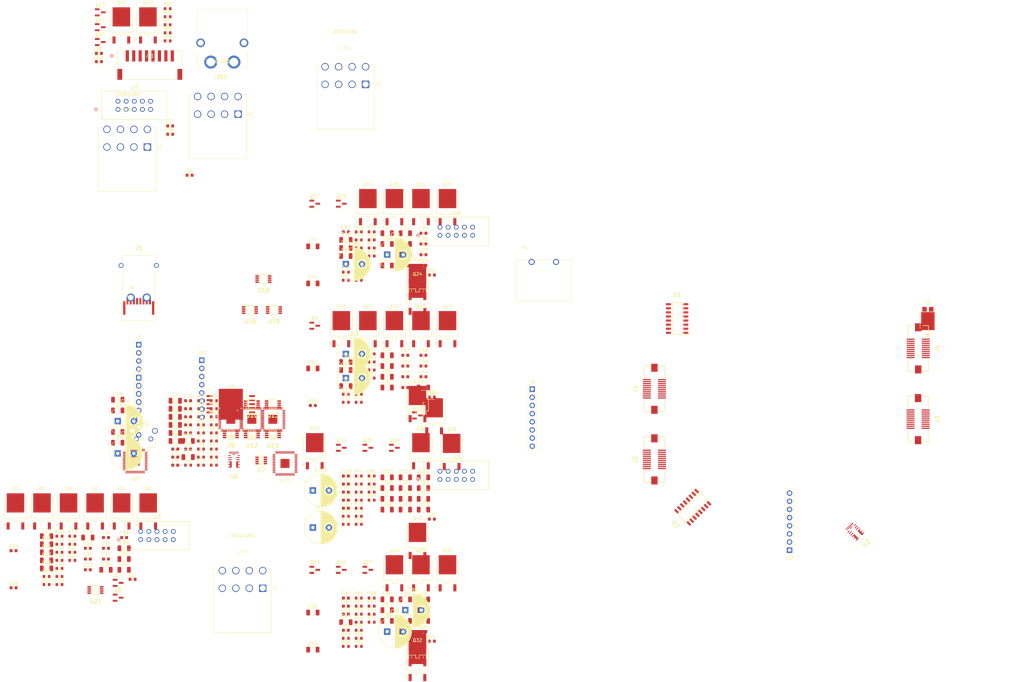
<source format=kicad_pcb>
(kicad_pcb (version 20240108) (generator "pcbnew") (generator_version "8.0")
  (layers (0 "F.Cu" signal) (1 "In1.Cu" signal) (2 "In2.Cu" signal) (31 "B.Cu" signal) (34 "B.Paste" user) (35 "F.Paste" user) (36 "B.SilkS" user "B.Silkscreen") (37 "F.SilkS" user "F.Silkscreen") (38 "B.Mask" user) (39 "F.Mask" user) (44 "Edge.Cuts" user))
  (net 0 "")
  (net 1 "/M1_ENCA_N")
  (net 2 "/M2_ENCA_N")
  (net 3 "/M3_ENCA_N")
  (net 4 "/M4_ENCA_N")
  (net 5 "GND")
  (net 6 "+3.3V")
  (net 7 "/M1_ENCB_N")
  (net 8 "/M2_ENCB_N")
  (net 9 "Net-(C7-Pad1)")
  (net 10 "/M3_ENCB_N")
  (net 11 "Net-(U7-TMR)")
  (net 12 "Net-(C9-Pad1)")
  (net 13 "/M4_ENCB_N")
  (net 14 "+BATT")
  (net 15 "/SNS")
  (net 16 "+5V")
  (net 17 "+3V3")
  (net 18 "VDC")
  (net 19 "/motor_1/SENSE_P")
  (net 20 "/motor_1/SENSE_O")
  (net 21 "/motor_2/SENSE_P")
  (net 22 "/motor_2/SENSE_O")
  (net 23 "/motor_3/SENSE_P")
  (net 24 "/motor_3/SENSE_O")
  (net 25 "Net-(U8-VREG12)")
  (net 26 "Net-(U8-VBOOTU)")
  (net 27 "/motor_1/PHASE_U")
  (net 28 "/motor_1/PHASE_V")
  (net 29 "/motor_4/SENSE_P")
  (net 30 "/motor_4/SENSE_O")
  (net 31 "Net-(U8-VBOOTV)")
  (net 32 "/motor_1/PHASE_W")
  (net 33 "Net-(U8-VBOOTW)")
  (net 34 "Net-(C22-Pad1)")
  (net 35 "Net-(C30-Pad1)")
  (net 36 "Net-(C32-Pad1)")
  (net 37 "Net-(C111-Pad1)")
  (net 38 "Net-(U11-VREG12)")
  (net 39 "Net-(D1-A)")
  (net 40 "Net-(D2-A)")
  (net 41 "Net-(D3-A)")
  (net 42 "Net-(D4-A)")
  (net 43 "Net-(D5-A)")
  (net 44 "/M1_PROG")
  (net 45 "/DRIB_PROG")
  (net 46 "/DRIB_NRST")
  (net 47 "/~{RST}_KICK")
  (net 48 "/MOSI_KICK")
  (net 49 "/M2_PROG")
  (net 50 "/SCK_KICK")
  (net 51 "/~{CS}_KICK")
  (net 52 "/MISO_KICK")
  (net 53 "/M3_PROG")
  (net 54 "/~{INT}")
  (net 55 "/~{KILL}")
  (net 56 "/HS_EN")
  (net 57 "/M4_PROG")
  (net 58 "/DIAG_EN")
  (net 59 "Net-(Q1-G)")
  (net 60 "Net-(Q2-G)")
  (net 61 "/motor_1/OC_COMP")
  (net 62 "Net-(Q3-G)")
  (net 63 "Net-(Q4-G)")
  (net 64 "Net-(Q5-G)")
  (net 65 "Net-(Q6-G)")
  (net 66 "/motor_1/BOOT0")
  (net 67 "Net-(U11-VBOOTU)")
  (net 68 "/motor_1/MOTOR_LED")
  (net 69 "Net-(Q10-G)")
  (net 70 "/motor_2/OC_COMP")
  (net 71 "Net-(Q11-G)")
  (net 72 "Net-(Q12-G)")
  (net 73 "Net-(Q13-G)")
  (net 74 "Net-(Q14-G)")
  (net 75 "/motor_2/BOOT0")
  (net 76 "/motor_2/MOTOR_LED")
  (net 77 "Net-(Q16-S)")
  (net 78 "/motor_3/OC_COMP")
  (net 79 "Net-(Q19-G)")
  (net 80 "Net-(Q20-G)")
  (net 81 "Net-(Q21-G)")
  (net 82 "Net-(Q22-G)")
  (net 83 "/motor_3/BOOT0")
  (net 84 "/motor_3/MOTOR_LED")
  (net 85 "/motor_4/OC_COMP")
  (net 86 "Net-(Q28-G)")
  (net 87 "Net-(Q29-G)")
  (net 88 "Net-(Q30-G)")
  (net 89 "/motor_4/BOOT0")
  (net 90 "/motor_4/MOTOR_LED")
  (net 91 "Net-(Q33-G)")
  (net 92 "Net-(Q37-G)")
  (net 93 "Net-(Q38-G)")
  (net 94 "/M1_ENCA_P")
  (net 95 "/M2_ENCA_P")
  (net 96 "/M3_ENCA_P")
  (net 97 "/M4_ENCA_P")
  (net 98 "/M1_ENCB_P")
  (net 99 "/M2_ENCB_P")
  (net 100 "/M3_ENCB_P")
  (net 101 "/M4_ENCB_P")
  (net 102 "/motor_1/HSU")
  (net 103 "/motor_1/LSU")
  (net 104 "/motor_1/HSV")
  (net 105 "/motor_1/LSV")
  (net 106 "/motor_1/HSW")
  (net 107 "/motor_1/LSW")
  (net 108 "/motor_1/SENSE_N")
  (net 109 "/motor_2/HSU")
  (net 110 "/motor_2/LSU")
  (net 111 "/motor_2/HSV")
  (net 112 "/motor_2/LSV")
  (net 113 "/motor_2/HSW")
  (net 114 "/motor_2/LSW")
  (net 115 "/motor_2/SENSE_N")
  (net 116 "/motor_3/HSU")
  (net 117 "/motor_3/LSU")
  (net 118 "/motor_3/HSV")
  (net 119 "/motor_3/LSV")
  (net 120 "/motor_3/HSW")
  (net 121 "/motor_3/LSW")
  (net 122 "/motor_3/SENSE_N")
  (net 123 "/motor_4/HSU")
  (net 124 "/motor_4/LSU")
  (net 125 "/motor_4/HSV")
  (net 126 "/motor_4/LSV")
  (net 127 "/motor_4/HSW")
  (net 128 "/motor_4/LSW")
  (net 129 "/motor_4/SENSE_N")
  (net 130 "/motor_2/PHASE_U")
  (net 131 "/motor_2/PHASE_V")
  (net 132 "Net-(U11-VBOOTV)")
  (net 133 "/motor_2/PHASE_W")
  (net 134 "Net-(U11-VBOOTW)")
  (net 135 "Net-(C45-Pad1)")
  (net 136 "Net-(C53-Pad1)")
  (net 137 "/~{PB}")
  (net 138 "Net-(C55-Pad1)")
  (net 139 "Net-(U14-VREG12)")
  (net 140 "/motor_3/PHASE_U")
  (net 142 "Net-(U14-VBOOTU)")
  (net 144 "/motor_3/PHASE_V")
  (net 145 "Net-(U14-VBOOTV)")
  (net 146 "Net-(U14-VBOOTW)")
  (net 148 "/motor_3/PHASE_W")
  (net 150 "Net-(C68-Pad1)")
  (net 151 "Net-(C76-Pad1)")
  (net 152 "Net-(C78-Pad1)")
  (net 153 "Net-(U17-VREG12)")
  (net 154 "/EN")
  (net 155 "/~{M1_RST}")
  (net 156 "Net-(U17-VBOOTU)")
  (net 157 "/motor_4/PHASE_U")
  (net 158 "Net-(U17-VBOOTV)")
  (net 159 "/motor_4/PHASE_V")
  (net 160 "Net-(U17-VBOOTW)")
  (net 161 "/motor_4/PHASE_W")
  (net 162 "Net-(C91-Pad1)")
  (net 163 "/~{M2_RST}")
  (net 164 "Net-(U20-VREG12)")
  (net 165 "Net-(U20-VBOOTU)")
  (net 166 "/dribbler/PHASE_U")
  (net 167 "/dribbler/PHASE_V")
  (net 168 "Net-(U20-VBOOTV)")
  (net 169 "/dribbler/PHASE_W")
  (net 170 "Net-(U20-VBOOTW)")
  (net 171 "/dribbler/SENSE_P")
  (net 172 "/dribbler/SENSE_O")
  (net 173 "/~{M3_RST}")
  (net 174 "Net-(D6-A)")
  (net 175 "Net-(D7-A)")
  (net 176 "Net-(D8-A)")
  (net 177 "Net-(D9-A)")
  (net 178 "Net-(D10-A)")
  (net 179 "/M1_UART_RX")
  (net 184 "/DRIB_UART_RX")
  (net 185 "/DRIB_SWDCLK")
  (net 186 "/M1_SWDCLK")
  (net 188 "/M2_SWDCLK")
  (net 189 "/M2_UART_RX")
  (net 191 "/~{M4_RST}")
  (net 193 "/M3_UART_RX")
  (net 200 "/M3_SWDCLK")
  (net 203 "/~{DRIB_RST}")
  (net 205 "/M4_SWDCLK")
  (net 206 "/M4_UART_RX")
  (net 212 "/DRIB_SWDIO")
  (net 213 "Net-(J11-+)")
  (net 214 "/M1_SWDIO")
  (net 215 "/M2_SWDIO")
  (net 216 "/M3_SWDIO")
  (net 217 "/M4_SWDIO")
  (net 218 "/motor_1/H2_A")
  (net 219 "/motor_1/H3_A")
  (net 220 "/motor_1/H1_A")
  (net 225 "/motor_2/H1_A")
  (net 226 "/motor_2/H2_A")
  (net 227 "/motor_2/H3_A")
  (net 232 "/motor_3/H1_A")
  (net 233 "/motor_3/H3_A")
  (net 234 "/motor_3/H2_A")
  (net 239 "/motor_4/H2_A")
  (net 240 "/motor_4/H3_A")
  (net 241 "/motor_4/H1_A")
  (net 246 "/dribbler/M1")
  (net 247 "/dribbler/H1")
  (net 248 "/dribbler/H3")
  (net 249 "/dribbler/H2")
  (net 250 "/dribbler/M3")
  (net 251 "/dribbler/M2")
  (net 252 "Net-(Q7-S)")
  (net 253 "Net-(Q9-S)")
  (net 254 "Net-(Q15-G)")
  (net 255 "Net-(Q18-S)")
  (net 256 "Net-(Q23-G)")
  (net 257 "Net-(Q24-G)")
  (net 258 "Net-(Q25-S)")
  (net 259 "Net-(Q27-S)")
  (net 260 "Net-(Q31-G)")
  (net 261 "Net-(Q32-G)")
  (net 262 "Net-(Q34-S)")
  (net 263 "Net-(Q36-S)")
  (net 264 "/dribbler/OC_COMP")
  (net 265 "Net-(Q39-G)")
  (net 266 "Net-(Q40-G)")
  (net 267 "Net-(Q41-G)")
  (net 268 "Net-(Q42-G)")
  (net 269 "Net-(Q43-S)")
  (net 270 "/dribbler/BOOT0")
  (net 271 "Net-(Q45-S)")
  (net 272 "/dribbler/MOTOR_LED")
  (net 273 "Net-(U5-INPUT)")
  (net 274 "Net-(U3-AAM)")
  (net 275 "Net-(U5-CURSENSE)")
  (net 276 "Net-(U5-GND)")
  (net 277 "Net-(U5-DE)")
  (net 278 "Net-(U3-FB)")
  (net 279 "Net-(U6-AAM)")
  (net 280 "Net-(U6-FB)")
  (net 281 "/dribbler/HSU")
  (net 282 "/dribbler/LSU")
  (net 283 "/dribbler/HSV")
  (net 284 "/dribbler/LSV")
  (net 285 "/dribbler/HSW")
  (net 286 "/dribbler/LSW")
  (net 287 "/dribbler/SENSE_N")
  (net 288 "/M1_ENCB_A")
  (net 289 "/M2_ENCA_A")
  (net 290 "/M2_ENCB_A")
  (net 291 "/M1_ENCA_A")
  (net 292 "/M4_ENCA_A")
  (net 293 "/M3_ENCB_A")
  (net 294 "/M3_ENCA_A")
  (net 295 "/M4_ENCB_A")
  (net 311 "/motor_1/H1")
  (net 313 "/motor_1/ENCB")
  (net 318 "/motor_1/H2")
  (net 321 "/motor_1/ENCA")
  (net 326 "/motor_1/H3")
  (net 330 "/motor_2/ENCA")
  (net 334 "/motor_2/ENCB")
  (net 335 "/motor_2/H3")
  (net 341 "/motor_2/H1")
  (net 348 "/motor_2/H2")
  (net 349 "/motor_3/H2")
  (net 351 "/motor_3/ENCB")
  (net 358 "/motor_3/ENCA")
  (net 359 "/motor_3/H1")
  (net 362 "/motor_3/H3")
  (net 371 "/motor_4/H3")
  (net 372 "/motor_4/H1")
  (net 379 "/motor_4/ENCA")
  (net 380 "/motor_4/H2")
  (net 386 "/motor_4/ENCB")
  (net 399 "/dribbler/ENCB")
  (net 402 "/dribbler/ENCA")
  (net 407 "/dribbler/H2_A")
  (net 408 "/dribbler/H3_A")
  (net 409 "/dribbler/H1_A")
  (footprint "RoboJackets-Switches:SW_TL1105VF100Q_EWI" (layer "F.Cu") (at -97.355101 98.6673)
    (property "Reference" "SW1")
    (property "Value" "TL1105VF100Q")
  )
  (footprint "RoboJackets-Transistors:DPAKTO-252_A2_STM" (layer "F.Cu") (at -9.842 167.4121)
    (property "Reference" "Q32")
    (property "Value" "STD140N6F7")
  )
  (footprint "Capacitor_THT:CP_Radial_D10.0mm_P5.00mm" (layer "F.Cu") (at -13.632 152.0121)
    (property "Reference" "C92")
    (property "Value" "220uF")
  )
  (footprint "RoboJackets-Transistors:DPAKTO-252_A2_STM" (layer "F.Cu") (at -9.842 162.7871)
    (property "Reference" "Q31")
    (property "Value" "STD140N6F7")
  )
  (footprint "Resistor_SMD:R_0603_1608Metric" (layer "F.Cu") (at -73.232 96.8021)
    (property "Reference" "R15")
    (property "Value" "62")
  )
  (footprint "RoboJackets-IC:IC_STSPIN32F0A" (layer "F.Cu") (at -67.952 92.5571)
    (property "Reference" "U8")
    (property "Value" "STSPIN32F0A")
  )
  (footprint "RoboJackets-Transistors:DPAKTO-252_A2_STM" (layer "F.Cu") (at -135.0048 120.1893)
    (property "Reference" "Q1")
    (property "Value" "STD140N6F7")
  )
  (footprint "Package_TO_SOT_SMD:SOT-23" (layer "F.Cu") (at -103.032 148.1421)
    (property "Reference" "Q8")
    (property "Value" "BSS123")
  )
  (footprint "RoboJackets-IC:SOP65P400X130-8N" (layer "F.Cu") (at -61.402 87.8571)
    (property "Reference" "U10")
    (property "Value" "SN74LVC3G17DCTR" (hide yes))
  )
  (footprint "Capacitor_SMD:C_1206_3216Metric" (layer "F.Cu") (at -85.262 99.3121)
    (property "Reference" "C6")
    (property "Value" "400nF")
  )
  (footprint "Resistor_SMD:R_0603_1608Metric" (layer "F.Cu") (at -32.132 49.2121)
    (property "Reference" "R47")
    (property "Value" "62")
  )
  (footprint "RoboJackets-Transistors:DPAKTO-252_A2_STM" (layer "F.Cu") (at -8.7572 101.4293)
    (property "Reference" "Q37")
    (property "Value" "STD140N6F7")
  )
  (footprint "Capacitor_SMD:C_1206_3216Metric" (layer "F.Cu") (at -85.262 96.8021)
    (property "Reference" "C5")
    (property "Value" "22uF")
  )
  (footprint "Package_TO_SOT_SMD:SOT-23" (layer "F.Cu") (at -33.5504 139.4593)
    (property "Reference" "Q26")
    (property "Value" "BSS123")
  )
  (footprint "Capacitor_SMD:C_0603_1608Metric" (layer "F.Cu") (at -106.822 136.0921)
    (property "Reference" "C37")
    (property "Value" "100nF")
  )
  (footprint "Capacitor_SMD:C_1206_3216Metric" (layer "F.Cu") (at -42.407354 50.2221)
    (property "Reference" "C74")
    (property "Value" "10uF")
  )
  (footprint "Capacitor_SMD:C_1206_3216Metric" (layer "F.Cu") (at -19.282 110.6321)
    (property "Reference" "C105")
    (property "Value" "10uF")
  )
  (footprint "Resistor_SMD:R_0603_1608Metric" (layer "F.Cu") (at -32.132 160.7921)
    (property "Reference" "R59")
    (property "Value" "1k")
  )
  (footprint "RoboJackets-Transistors:DPAKTO-252_A2_STM" (layer "F.Cu") (at -25.286 25.3693)
    (property "Reference" "Q19")
    (property "Value" "STD140N6F7")
  )
  (footprint "Resistor_SMD:R_0603_1608Metric" (layer "F.Cu") (at -24.112 112.7221)
    (property "Reference" "R82")
    (property "Value" "10m")
  )
  (footprint "RoboJackets-Transistors:DPAKTO-252_A2_STM" (layer "F.Cu") (at -17.0216 139.4593)
    (property "Reference" "Q28")
    (property "Value" "STD140N6F7")
  )
  (footprint "Resistor_SMD:R_0603_1608Metric" (layer "F.Cu") (at -24.112 36.6621)
    (property "Reference" "R56")
    (property "Value" "10k")
  )
  (footprint "RoboJackets-Transistors:DPAKTO-252_A2_STM" (layer "F.Cu") (at -93.6828 120.1893)
    (property "Reference" "Q6")
    (property "Value" "STD140N6F7")
  )
  (footprint "Resistor_SMD:R_0603_1608Metric" (layer "F.Cu") (at -28.122 150.7521)
    (property "Reference" "R62")
    (property "Value" "62")
  )
  (footprint "Capacitor_SMD:C_0603_1608Metric" (layer "F.Cu") (at -81.252 94.2921)
    (property "Reference" "C13")
    (property "Value" "100nF")
  )
  (footprint "Capacitor_SMD:C_1206_3216Metric" (layer "F.Cu") (at -13.632 148.6621)
    (property "Reference" "C91")
    (property "Value" "100n")
  )
  (footprint "Capacitor_SMD:C_1206_3216Metric" (layer "F.Cu") (at -19.282 44.6221)
    (property "Reference" "C70")
    (property "Value" "10uF")
  )
  (footprint "RoboJackets-Connectors:529010274" (layer "F.Cu") (at 63.932501 83.045998 -90)
    (property "Reference" "J1")
    (property "Value" "52901-0274" (hide yes))
  )
  (footprint "Capacitor_SMD:C_0603_1608Metric" (layer "F.Cu") (at -112.472 132.7421)
    (property "Reference" "C30")
    (property "Value" "0.1nF")
  )
  (footprint "Resistor_SMD:R_0603_1608Metric" (layer "F.Cu") (at -28.122 87.2421)
    (property "Reference" "R41")
    (property "Value" "1k")
  )
  (footprint "Capacitor_SMD:C_1206_3216Metric" (layer "F.Cu") (at -19.282 152.0121)
    (property "Reference" "C87")
    (property "Value" "10uF")
  )
  (footprint "Capacitor_SMD:C_0603_1608Metric" (layer "F.Cu") (at -81.252 96.8021)
    (property "Reference" "C14")
    (property "Value" "100nF")
  )
  (footprint "Capacitor_SMD:C_0603_1608Metric" (layer "F.Cu") (at -13.632 82.6521)
    (property "Reference" "C57")
    (property "Value" "100nF")
  )
  (footprint "Resistor_SMD:R_0603_1608Metric" (layer "F.Cu") (at -28.122 148.2421)
    (property "Reference" "R61")
    (property "Value" "120")
  )
  (footprint "RoboJackets-IC:SOP65P400X130-8N" (layer "F.Cu") (at -110.102 145.7421)
    (property "Reference" "U21")
    (property "Value" "SN74LVC3G17DCTR" (hide yes))
  )
  (footprint "Resistor_SMD:R_0603_1608Metric" (layer "F.Cu") (at -28.122 36.6621)
    (property "Reference" "R49")
    (property "Value" "62")
  )
  (footprint "Capacitor_SMD:C_1206_3216Metric" (layer "F.Cu") (at -85.262 89.2721)
    (property "Reference" "C2")
    (property "Value" "22uF")
  )
  (footprint "RoboJackets-Connectors:XT30PWM" (layer "F.Cu") (at -96.627 48.7171)
    (property "Reference" "J5")
    (property "Value" "XT30PW-M" (hide yes))
  )
  (footprint "Capacitor_SMD:C_0603_1608Metric" (layer "F.Cu") (at -32.132 120.2521)
    (property "Reference" "C104")
    (property "Value" "100nF")
  )
  (footprint "RoboJackets-Connectors:CONN_6002RB_3MM" (layer "F.Cu") (at -96.022 130.0421)
    (property "Reference" "J14")
    (property "Value" "N2510-6002RB")
  )
  (footprint "RoboJackets-Transistors:DPAKTO-252_A2_STM" (layer "F.Cu") (at -41.8148 101.4293)
    (property "Reference" "Q33")
    (property "Value" "STD140N6F7")
  )
  (footprint "Capacitor_SMD:C_0603_1608Metric" (layer "F.Cu") (at -85.262 104.3321)
    (property "Reference" "C8")
    (property "Value" "100nF")
  )
  (footprint "Resistor_SMD:R_0603_1608Metric" (layer "F.Cu") (at -32.132 84.7321)
    (property "Reference" "R33")
    (property "Value" "62")
  )
  (footprint "RoboJackets-Connectors:CON_39301080" (layer "F.Cu") (at -58 145.199999)
    (property "Reference" "J17")
    (property "Value" "39301080")
  )
  (footprint "Resistor_SMD:R_0603_1608Metric" (layer "F.Cu") (at -87.6375 -27.86)
    (property "Reference" "R88")
    (property "Value" "10k")
  )
  (footprint "Resistor_SMD:R_0603_1608Metric" (layer "F.Cu") (at -121.312 139.0121)
    (property "Reference" "R26")
    (property "Value" "10k")
  )
  (footprint "Capacitor_SMD:C_1206_3216Metric" (layer "F.Cu") (at -13.632 155.3621)
    (property "Reference" "C94")
    (property "Value" "10uF")
  )
  (footprint "Package_TO_SOT_SMD:SOT-23" (layer "F.Cu") (at -41.8148 139.4593)
    (property "Reference" "Q25")
    (property "Value" "BSS123")
  )
  (footprint "Capacitor_SMD:C_0603_1608Metric" (layer "F.Cu") (at -7.982 158.7121)
    (property "Reference" "C99")
    (property "Value" "100nF")
  )
  (footprint "RoboJackets-Connectors:CONN_6002RB_3MM" (layer "F.Cu") (at -2.832 35.2221)
    (property "Reference" "J16")
    (property "Value" "N2510-6002RB")
  )
  (footprint "Capacitor_SMD:C_0603_1608Metric" (layer "F.Cu") (at -7.982 72.6021)
    (property "Reference" "C58")
    (property "Value" "100nF")
  )
  (footprint "Capacitor_SMD:C_0603_1608Metric" (layer "F.Cu") (at -32.132 148.2421)
    (property "Reference" "C81")
    (property "Value" "100nF")
  )
  (footprint "Resistor_SMD:R_0603_1608Metric" (layer "F.Cu") (at -77.242 101.8221)
    (property "Reference" "R8")
    (property "Value" "30.1k")
  )
  (footprint "Capacitor_SMD:C_1206_3216Metric" (layer "F.Cu") (at -106.822 139.4421)
    (property "Reference" "C38")
    (property "Value" "10uF")
  )
  (footprint "Capacitor_SMD:C_1206_3216Metric" (layer "F.Cu") (at -13.632 120.6821)
    (property "Reference" "C114")
    (property "Value" "10uF")
  )
  (footprint "RoboJackets-Connectors:CON_39301080" (layer "F.Cu") (at -65.699021 -2.526501)
    (property "Reference" "J13")
    (property "Value" "39301080")
  )
  (footprint "Diode_SMD:D_0603_1608Metric" (layer "F.Cu") (at -109.0075 -18.89)
    (property "Reference" "D10")
    (property "Value" "GREEN")
  )
  (footprint "Resistor_SMD:R_0603_1608Metric" (layer "F.Cu") (at -24.112 74.6921)
    (property "Reference" "R43")
    (property "Value" "1k")
  )
  (footprint "RoboJackets-Transistors:DPAKTO-252_A2_STM" (layer "F.Cu") (at -9.842 53.3221)
    (property "Reference" "Q24")
    (property "Value" "STD140N6F7")
  )
  (footprint "Resistor_SMD:R_0603_1608Metric" (layer "F.Cu") (at -77.242 91.7821)
    (property "Reference" "R4")
    (property "Value" "15k")
  )
  (footprint "Capacitor_SMD:C_0603_1608Metric" (layer "F.Cu") (at -7.982 44.6221)
    (property "Reference" "C80")
    (property "Value" "100nF")
  )
  (footprint "Capacitor_SMD:C_0603_1608Metric" (layer "F.Cu") (at -7.982 75.9521)
    (property "Reference" "C59")
    (property "Value" "100nF")
  )
  (footprint "Resistor_SMD:R_0603_1608Metric" (layer "F.Cu") (at -73.232 91.7821)
    (property "Reference" "R13")
    (property "Value" "120")
  )
  (footprint "Capacitor_THT:CP_Radial_D10.0mm_P5.00mm" (layer "F.Cu") (at -19.282 41.2721)
    (property "Reference" "C69")
    (property "Value" "220uF")
  )
  (footprint "Resistor_SMD:R_0603_1608Metric" (layer "F.Cu") (at -28.122 115.2321)
    (property "Reference" "R76")
    (property "Value" "62")
  )
  (footprint "Resistor_SMD:R_0603_1608Metric" (layer "F.Cu") (at -28.122 155.7721)
    (property "Reference" "R64")
    (property "Value" "62")
  )
  (footprint "RoboJackets-IC:SOP65P400X130-8N" (layer "F.Cu") (at -54.852 87.8571)
    (property "Reference" "U13")
    (property "Value" "SN74LVC3G17DCTR" (hide yes))
  )
  (footprint "RoboJackets-IC:IC_STSPIN32F0A" (layer "F.Cu") (at -51.0854 106.3047)
    (property "Reference" "U17")
    (property "Value" "STSPIN32F0A")
  )
  (footprint "Capacitor_SMD:C_0603_1608Metric" (layer "F.Cu") (at -81.252 91.7821)
    (property "Reference" "C12")
    (property "Value" "100nF")
  )
  (footprint "Package_TO_SOT_SMD:SOT-23" (layer "F.Cu") (at -41.8148 63.3993)
    (property "Reference" "Q9")
    (property "Value" "BSS123")
  )
  (footprint "Capacitor_SMD:C_1206_3216Metric" (layer "F.Cu") (at -19.282 37.9221)
    (property "Reference" "C68")
    (property "Value" "100n")
  )
  (footprint "Capacitor_SMD:C_1206_3216Metric" (layer "F.Cu") (at -125.322 136.5021)
    (property "Reference" "C27")
    (property "Value" "10uF")
  )
  (footprint "Capacitor_SMD:C_1206_3216Metric" (layer "F.Cu") (at -32.132 155.7721)
    (property "Reference" "C84")
    (property "Value" "10uF")
  )
  (footprint "Package_TO_SOT_SMD:SOT-23" (layer "F.Cu") (at -9.842 91.3521)
    (property "Reference" "Q16")
    (property "Value" "BSS123")
  )
  (footprint "RoboJackets-Transistors:DPAKTO-252_A2_STM" (layer "F.Cu") (at -93.7659 -31.2428)
    (property "Reference" "Q42")
    (property "Value" "STD140N6F7")
  )
  (footprint "RoboJackets-Power:SOT65P280X100-8N" (layer "F.Cu") (at -58.477 105.3821)
    (property "Reference" "U7")
    (property "Value" "LTC2955-1" (hide yes))
  )
  (footprint "Resistor_SMD:R_0603_1608Metric" (layer "F.Cu") (at -24.112 115.2321)
    (property "Reference" "R83")
    (property "Value" "1.6k")
  )
  (footprint "Resistor_SMD:R_0603_1608Metric" (layer "F.Cu") (at -73.232 89.2721)
    (property "Reference" "R12")
    (property "Value" "120")
  )
  (footprint "Resistor_SMD:R_0603_1608Metric" (layer "F.Cu") (at -73.232 94.2921)
    (property "Reference" "R14")
    (property "Value" "62")
  )
  (footprint "Capacitor_SMD:C_0603_1608Metric" (layer "F.Cu") (at -32.132 153.2621)
    (property "Reference" "C83")
    (property "Value" "100nF")
  )
  (footprint "Resistor_SMD:R_0603_1608Metric" (layer "F.Cu") (at -24.112 72.1821)
    (property "Reference" "R42")
    (property "Value" "10k")
  )
  (footprint "Resistor_SMD:R_0603_1608Metric" (layer "F.Cu") (at -87.6375 -35.39)
    (property "Reference" "R85")
    (property "Value" "10k")
  )
  (footprint "RoboJackets-IC:SOIC127P600X175-16N" (layer "F.Cu") (at 71.0066 61.1534 180)
    (property "Reference" "U1")
    (property "Value" "MC3486DR" (hide yes))
  )
  (footprint "RoboJackets-IC:SOIC127P600X175-16N" (layer "F.Cu") (at 75.862402 119.953394 -45)
    (property "Reference" "U2")
    (property "Value" "MC3486DR" (hide yes))
  )
  (footprint "RoboJackets-Connectors:AMPHENOL_HFW8R-1STE1H1LF" (layer "F.Cu") (at -96.627 59.0171)
    (property "Reference" "J6")
    (property "Value" "HFW8R-1STE1H1LF")
  )
  (footprint "Capacitor_SMD:C_1206_3216Metric" (layer "F.Cu") (at -7.982 120.6821)
    (property "Reference" "C118")
    (property "Value" "10uF")
  )
  (footprint "Capacitor_SMD:C_0603_1608Metric" (layer "F.Cu") (at -7.982 79.3021)
    (property "Reference" "C60")
    (property "Value" "100nF")
  )
  (footprint "Resistor_SMD:R_0603_1608Metric" (layer "F.Cu") (at -28.122 34.1521)
    (property "Reference" "R48")
    (property "Value" "62")
  )
  (footprint "Capacitor_SMD:C_0603_1608Metric" (layer "F.Cu") (at -32.132 117.7421)
    (property "Reference" "C103")
    (property "Value" "100nF")
  )
  (footprint "RoboJackets-Transistors:DPAKTO-252_A2_STM" (layer "F.Cu") (at -33.5504 63.3993)
    (property "Reference" "Q10")
    (property "Value" "STD140N6F7")
  )
  (footprint "Resistor_SMD:R_0603_1608Metric" (layer "F.Cu") (at -28.122 160.7921)
    (property "Reference" "R66")
    (property "Value" "62")
  )
  (footprint "Capacitor_SMD:C_1206_3216Metric" (layer "F.Cu") (at -32.132 77.2021)
    (property "Reference" "C45")
    (property "Value" "100n")
  )
  (footprint "Capacitor_SMD:C_1206_3216Metric" (layer "F.Cu") (at -7.982 148.6621)
    (property "Reference" "C96")
    (property "Value" "10uF")
  )
  (footprint "Capacitor_SMD:C_1206_3216Metric" (layer "F.Cu") (at -13.632 34.5721)
    (property "Reference" "C72")
    (property "Value" "10uF")
  )
  (footprint "Resistor_SMD:R_0603_1608Metric" (layer "F.Cu") (at -77.242 86.7621)
    (property "Reference" "R2")
    (property "Value" "43.2k")
  )
  (footprint "Capacitor_SMD:C_1206_3216Metric" (layer "F.Cu") (at -19.282 79.3021)
    (property "Reference" "C50")
    (property "Value" "10uF")
  )
  (footprint "Resistor_SMD:R_0603_1608Metric" (layer "F.Cu") (at -28.122 72.1821)
    (property "Reference" "R35")
    (property "Value" "62")
  )
  (footprint "RoboJackets-Transistors:DPAKTO-252_A2_STM" (layer "F.Cu") (at 0.7932 101.6475)
    (property "Reference" "Q38")
    (property "Value" "STD140N6F7")
  )
  (footprint "RoboJackets-Power:SO_E006ASP-E_STM" (layer "F.Cu") (at -67.952 87.8571)
    (property "Reference" "U5")
    (property "Value" "VN5E006ASPTR-E")
  )
  (footprint "Diode_SMD:D_0603_1608Metric" (layer "F.Cu") (at -86.8375 3.73)
    (property "Reference" "D8")
    (property "Value" "GREEN")
  )
  (footprint "Resistor_SMD:R_0603_1608Metric" (layer "F.Cu") (at -28.122 77.2021)
    (property "Reference" "R37")
    (property "Value" "1.6k")
  )
  (footprint "Capacitor_SMD:C_0603_1608Metric" (layer "F.Cu") (at -13.632 79.3021)
    (property "Reference" "C56")
    (property "Value" "1uF")
  )
  (footprint "Capacitor_SMD:C_1206_3216Metric" (layer "F.Cu") (at -81.252 104.3321)
    (property "Reference" "C17")
    (property "Value" "10uF")
  )
  (footprint "Capacitor_SMD:C_1206_3216Metric" (layer "F.Cu") (at -19.282 117.3321)
    (property "Reference" "C107")
    (property "Value" "10uF")
  )
  (footprint "Diode_SMD:D_0603_1608Metric" (layer "F.Cu") (at -109.0075 -21.48)
    (property "Reference" "D9")
    (property "Value" "YELLOW")
  )
  (footprint "RoboJackets-Connectors:CON_39301080" (layer "F.Cu") (at -93.919021 7.713499)
    (property "Reference" "J19")
    (property "Value" "39301080")
  )
  (footprint "Capacitor_SMD:C_1206_3216Metric" (layer "F.Cu") (at -85.262 86.7621)
    (property "Reference" "C1")
    (property "Value" "10uF")
  )
  (footprint "Resistor_SMD:R_0603_1608Metric" (layer "F.Cu") (at -77.242 96.8021)
    (property "Reference" "R6")
    (property "Value" "10k")
  )
  (footprint "Capacitor_SMD:C_1206_3216Metric" (layer "F.Cu") (at -7.982 110.6321)
    (property "Reference" "C115")
    (property "Value" "10uF")
  )
  (footprint "Capacitor_SMD:C_1206_3216Metric" (layer "F.Cu") (at -32.132 39.1721)
    (property "Reference" "C64")
    (property "Value" "10uF")
  )
  (footprint "Capacitor_SMD:C_0603_1608Metric" (layer "F.Cu") (at -135.597354 133.4921)
    (property "Reference" "C33")
    (property "Value" "1uF")
  )
  (footprint "Resistor_SMD:R_0603_1608Metric" (layer "F.Cu") (at -77.242 104.3321)
    (property "Reference" "R9")
    (property "Value" "29.4k")
  )
  (footprint "Resistor_SMD:R_0603_1608Metric" (layer "F.Cu") (at -28.122 117.7421)
    (property "Reference" "R77")
    (property "Value" "62")
  )
  (footprint "RoboJackets-Transistors:DPAKTO-252_A2_STM" (layer "F.Cu") (at -8.7572 139.4593)
    (property "Reference" "Q29")
    (property "Value" "STD140N6F7")
  )
  (footprint "Capacitor_THT:CP_Radial_D10.0mm_P5.00mm" (layer "F.Cu") (at -103.162 93.1421)
    (property "Reference" "C20")
    (property "Value" "220uF")
  )
  (footprint "Package_TO_SOT_SMD:SOT-23" (layer "F.Cu") (at -25.286 101.4293)
    (property "Reference" "Q35")
    (property "Value" "BSS123")
  )
  (footprint "Capacitor_SMD:C_1206_3216Metric" (layer "F.Cu") (at -19.282 148.6621)
    (property "Reference" "C86")
    (property "Value" "10uF")
  )
  (footprint "RoboJackets-Transistors:DPAKTO-252_A2_STM" (layer "F.Cu") (at -0.4928 139.4593)
    (property "Reference" "Q30")
    (property "Value" "STD140N6F7")
  )
  (footprint "Resistor_SMD:R_0603_1608Metric" (layer "F.Cu") (at -28.122 163.3021)
    (property "Reference" "R67")
    (property "Value" "62")
  )
  (footprint "Resistor_SMD:R_0603_1608Metric" (layer "F.Cu") (at -24.112 110.2121)
    (property "Reference" "R81")
    (property "Value" "62")
  )
  (footprint "RoboJackets-Power:MPM3620GQVP" (layer "F.Cu") (at 126.453394 127.637599 45)
    (property "Reference" "U3")
    (property "Value" "MPM3620GQV-P" (hide yes))
  )
  (footprint "Resistor_SMD:R_0603_1608Metric" (layer "F.Cu") (at -28.122 44.1921)
    (property "Reference" "R52")
    (property "Value" "10m")
  )
  (footprint "RoboJackets-Transistors:DPAKTO-252_A2_STM" (layer "F.Cu") (at -8.7572 63.3993)
    (property "Reference" "Q13")
    (property "Value" "STD140N6F7")
  )
  (footprint "RoboJackets-Connectors:CONN_6002RB_3MM" (layer "F.Cu") (at -2.832 111.2821)
    (property "Reference" "J18")
    (property "Value" "N2510-6002RB")
  )
  (footprint "Resistor_SMD:R_0603_1608Metric" (layer "F.Cu") (at -28.122 84.7321)
    (property "Reference" "R40")
    (property "Value" "10k")
  )
  (footprint "Resistor_SMD:R_0603_1608Metric" (layer "F.Cu") (at -77.242 99.3121)
    (property "Reference" "R7")
    (property "Value" "160k")
  )
  (footprint "Capacitor_SMD:C_1206_3216Metric" (layer "F.Cu") (at -19.282 155.3621)
    (property "Reference" "C88")
    (property "Value" "10uF")
  )
  (footprint "Capacitor_THT:CP_Radial_D10.0mm_P5.00mm" (layer "F.Cu") (at -19.282 158.7121)
    (property "Reference" "C89")
    (property "Value" "220uF")
  )
  (footprint "Capacitor_SMD:C_1206_3216Metric" (layer "F.Cu") (at -7.982 113.9821)
    (property "Reference" "C116")
    (property "Value" "10uF")
  )
  (footprint "Resistor_SMD:R_0603_1608Metric" (layer "F.Cu") (at -24.112 117.7421)
    (property "Reference" "R84")
    (property "Value" "1.6k")
  )
  (footprint "Diode_SMD:D_0603_1608Metric" (layer "F.Cu") (at -5.352 123.6521)
    (property "Reference" "D5")
    (property "Value" "YELLOW")
  )
  (footprint "Capacitor_SMD:C_1206_3216Metric" (layer "F.Cu") (at -42.407354 152.7621)
    (property "Reference" "C90")
    (property "Value" "100n")
  )
  (footprint "RoboJackets-Transistors:DPAKTO-252_A2_STM" (layer "F.Cu") (at -17.0216 63.3993)
    (property "Reference" "Q12")
    (property "Value" "STD140N6F7")
  )
  (footprint "Capacitor_SMD:C_1206_3216Metric" (layer "F.Cu") (at -32.132 82.2221)
    (property "Reference" "C47")
    (property "Value" "10uF")
  )
  (footprint "Capacitor_SMD:C_1206_3216Metric" (layer "F.Cu") (at -42.407354 164.3121)
    (property "Reference" "C93")
    (property "Value" "10uF")
  )
  (footprint "Resistor_SMD:R_0603_1608Metric" (layer "F.Cu") (at -73.232 101.8221)
    (property "Reference" "R17")
    (property "Value" "62")
  )
  (footprint "Package_TO_SOT_SMD:SOT-23" (layer "F.Cu") (at -108.6075 -34.245)
    (property "Reference" "Q43")
    (property "Value" "BSS123")
  )
  (footprint "Resistor_SMD:R_0603_1608Metric" (layer "F.Cu") (at -121.312 136.5021)
    (property "Reference" "R25")
    (property "Value" "1k")
  )
  (footprint "RoboJackets-Transistors:DPAKTO-252_A2_STM" (layer "F.Cu") (at -0.4928 63.3993)
    (property "Reference" "Q14")
    (property "Value" "STD140N6F7")
  )
  (footprint "Resistor_SMD:R_0603_1608Metric" (layer "F.Cu") (at -121.312 128.9721)
    (property "Reference" "R22")
    (property "Value" "1.6k")
  )
  (footprint "Diode_SMD:D_0603_1608Metric" (layer "F.Cu") (at -86.8375 1.14)
    (property "Reference" "D7")
    (property "Value" "YELLOW")
  )
  (footprint "Resistor_SMD:R_0603_1608Metric" (layer "F.Cu") (at -121.312 141.5221)
    (property "Reference" "R27")
    (property "Value" "1k")
  )
  (footprint "Capacitor_SMD:C_0603_1608Metric" (layer "F.Cu") (at -7.982 41.2721)
    (property "Reference" "C79")
    (property "Value" "1uF")
  )
  (footprint "Capacitor_SMD:C_1206_3216Metric" (layer "F.Cu") (at -42.407354 76.7021)
    (property "Reference" "C52")
    (property "Value" "10uF")
  )
  (footprint "Capacitor_SMD:C_0603_1608Metric" (layer "F.Cu") (at -32.132 34.1521)
    (property "Reference" "C62")
    (property "Value" "100nF")
  )
  (footprint "Capacitor_SMD:C_1206_3216Metric" (layer "F.Cu") (at -101.172 132.7421)
    (property "Reference" "C40")
    (property "Value" "10uF")
  )
  (footprint "Capacitor_SMD:C_1206_3216Metric" (layer "F.Cu") (at -125.322 128.9721)
    (property "Reference" "C24")
    (property "Value" "10uF")
  )
  (footprint "Capacitor_SMD:C_1206_3216Metric" (layer "F.Cu") (at -19.282 113.9821)
    (property "Reference" "C106")
    (property "Value" "10uF")
  )
  (footprint "Capacitor_THT:CP_Radial_D10.0mm_P5.00mm" (layer "F.Cu") (at -42.407354 126.2821)
    (property "Reference" "C112")
    (property "Value" "220uF")
  )
  (footprint "Package_TO_SOT_SMD:SOT-23" (layer "F.Cu") (at -33.5504 101.4293)
    (property "Reference" "Q34")
    (property "Value" "BSS123")
  )
  (footprint "RoboJackets-IC:IC_STSPIN32F0A" (layer "F.Cu") (at -54.852 92.5571)
    (property "Reference" "U14")
    (property "Value" "STSPIN32F0A")
  )
  (footprint "Resistor_SMD:R_0603_1608Metric" (layer "F.Cu") (at -28.122 74.6921)
    (property "Reference" "R36")
    (property "Value" "10m")
  )
  (footprint "Capacitor_SMD:C_0603_1608Metric" (layer "F.Cu") (at -13.632 75.9521)
    (property "Reference" "C54")
    (property "Value" "100nF")
  )
  (footprint "Connector_PinHeader_2.54mm:PinHeader_1x08_P2.54mm_Vertical" (layer "F.Cu") (at -96.627 79.6171)
    (property "Reference" "J8")
    (property "Value" "Conn_01x08")
  )
  (footprint "Resistor_SMD:R_0603_1608Metric" (layer "F.Cu") (at -87.6375 -32.88)
    (property "Reference" "R86")
    (property "Value" "10k")
  )
  (footprint "Capacitor_SMD:C_1206_3216Metric" (layer "F.Cu") (at -13.632 110.6321)
    (property "Reference" "C110")
    (property "Value" "100n")
  )
  (footprint "Resistor_SMD:R_0603_1608Metric" (layer "F.Cu") (at -28.122 153.2621)
    (property "Reference" "R63")
    (property "Value" "62")
  )
  (footprint "RoboJackets-Transistors:DPAKTO-252_A2_STM" (layer "F.Cu") (at -17.0216 25.3693)
    (property "Reference" "Q20")
    (property "Value" "STD140N6F7")
  )
  (footprint "RoboJackets-Transistors:DPAKTO-252_A2_STM" (layer "F.Cu") (at -102.0303 -31.2428)
    (property "Reference" "Q41")
    (property "Value" "STD140N6F7")
  )
  (footprint "Capacitor_SMD:C_1206_3216Metric" (layer "F.Cu") (at -85.262 91.7821)
    (property "Reference" "C3")
    (property "Value" "22uF")
  )
  (footprint "Package_TO_SOT_SMD:SOT-23" (layer "F.Cu") (at -103.032 143.5171)
    (property "Reference" "Q7")
    (property "Value" "BSS123")
  )
  (footprint "Capacitor_SMD:C_0603_1608Metric" (layer "F.Cu") (at -81.252 89.2721)
    (property "Reference" "C11")
    (property "Value" "100nF")
  )
  (footprint "Resistor_SMD:R_0603_1608Metric" (layer "F.Cu") (at -87.6375 -30.37)
    (property "Reference" "R87")
    (property "Value" "1k")
  )
  (footprint "RoboJackets-Transistors:DPAKTO-252_A2_STM" (layer "F.Cu") (at -4.6443 90.56)
    (property "Reference" "Q39")
    (property "Value" "STD140N6F7")
  )
  (footprint "RoboJackets-IC:SOP65P400X130-8N" (layer "F.Cu") (at -62.017 58.5171)
    (property "Reference" "U16")
    (property "Value" "SN74LVC3G17DCTR" (hide yes))
  )
  (footprint "Capacitor_SMD:C_1206_3216Metric" (layer "F.Cu") (at -101.172 136.0921)
    (property "Reference" "C41")
    (property "Value" "10uF")
  )
  (footprint "Resistor_SMD:R_0603_1608Metric" (layer "F.Cu") (at -117.302 131.4821)
    (property "Reference" "R30")
    (property "Value" "62")
  )
  (footprint "Resistor_SMD:R_0603_1608Metric" (layer "F.Cu") (at -28.122 79.7121)
    (property "Reference" "R38")
    (property "Value" "1.6k")
  )
  (footprint "RoboJackets-Connectors:CONN_S8B-PH-SM4-TB_JST" (layer "F.Cu") (at -93.1784 -17.7197)
    (property "Reference" "J21")
    (property "Value" "S8B-PH-SM4-TB")
  )
  (footprint "Capacitor_SMD:C_1206_3216Metric" (layer "F.Cu") (at -13.632 41.2721)
    (property "Reference" "C75")
    (property "Value" "10uF")
  )
  (footprint "RoboJackets-Connectors:XT60PWM" (layer "F.Cu") (at -70.6025 -18.745)
    (property "Reference" "J11")
    (property "Value" "XT60PW-M" (hide yes))
  )
  (footprint "RoboJackets-Transistors:DPAKTO-252_A2_STM" (layer "F.Cu") (at -9.842 86.7271)
    (property "Reference" "Q15")
    (property "Value" "STD140N6F7")
  )
  (footprint "RoboJackets-IC:SOP65P400X130-8N" (layer "F.Cu") (at -67.952 97.2571)
    (property "Reference" "U9")
    (property "Value" "SN74LVC3G17DCTR" (hide yes))
  )
  (footprint "RoboJackets-IC:SOP65P400X130-8N" (layer "F.Cu") (at -54.852 97.2571)
    (property "Reference" "U15")
    (property "Value" "SN74LVC3G17DCTR" (hide yes))
  )
  (footprint "Resistor_SMD:R_0603_1608Metric" (layer "F.Cu") (at -77.242 89.2721)
    (property "Reference" "R3")
    (property "Value" "10k")
  )
  (footprint "Capacitor_SMD:C_1206_3216Metric" (layer "F.Cu") (at -101.172 139.4421)
    (property "Reference" "C42")
    (property "Value" "10uF")
  )
  (footprint "Capacitor_SMD:C_0603_1608Metric" (layer "F.Cu") (at -32.132 158.2821)
    (property "Reference" "C85")
    (property "Value" "100nF")
  )
  (footprint "Capacitor_SMD:C_0603_1608Metric" (layer "F.Cu") (at -112.472 139.4421)
    (property "Reference" "C32")
    (property "Value" "0.1nF")
  )
  (footprint "Capacitor_SMD:C_1206_3216Metric" (layer "F.Cu") (at -32.132 41.6821)
    (property "Reference" "C65")
    (property "Value" "10uF")
  )
  (footprint "Capacitor_SMD:C_1206_3216Metric" (layer "F.Cu") (at -103.162 89.7921)
    (property "Reference" "C19")
    (property "Value" "10uF")
  )
  (footprint "Capacitor_SMD:C_1206_3216Metric" (layer "F.Cu") (at -32.132 36.6621)
    (property "Reference" "C63")
    (property "Value" "10uF")
  )
  (footprint "RoboJackets-Power:MPM3620GQVP" (layer "F.Cu") (at -66.977 105.3821)
    (property "Reference" "U6")
    (property "Value" "MPM3620GQV-P" (hide yes))
  )
  (footprint "Capacitor_SMD:C_0603_1608Metric" (layer "F.Cu") (at -13.632 44.6221)
    (property "Reference" "C76")
    (property "Value" "0.1nF")
  )
  (footprint "Resistor_SMD:R_0603_1608Metric" (layer "F.Cu") (at -77.242 106.8421)
    (property "Reference" "R10")
    (property "Value" "160k")
  )
  (footprint "Capacitor_SMD:C_1206_3216Metric" (layer "F.Cu") (at -19.282 120.6821)
    (property "Reference" "C108")
    (property "Value" "10uF")
  )
  (footprint "Resistor_SMD:R_0603_1608Metric" (layer "F.Cu") (at -121.312 131.4821)
    (property "Reference" "R23")
    (property "Value" "10k")
  )
  (footprint "Resistor_SMD:R_0603_1608Metric" (layer "F.Cu") (at -117.302 128.9721)
    (property "Reference" "R29")
    (property "Value" "120")
  )
  (footprint "Resistor_SMD:R_0603_1608Metric" (layer "F.Cu") (at -81.252 106.8421)
    (property "Reference" "R1")
    (property "Value" "10k")
  )
  (footprint "Resistor_SMD:R_0603_1608Metric" (layer "F.Cu") (at -73.232 86.7621)
    (property "Reference" "R11")
    (property "Value" "51k")
  )
  (footprint "Capacitor_SMD:C_0603_1608Metric" (layer "F.Cu") (at -101.172 129.3921)
    (property "Reference" "C39")
    (property "Value" "100nF")
  )
  (footprint "Capacitor_SMD:C_0603_1608Metric" (layer "F.Cu") (at -85.262 106.8421)
    (property "Reference" "C9")
    (property "Value" "0.1nF")
  )
  (footprint "Package_TO_SOT_SMD:SOT-23" (layer "F.Cu") (at -25.286 139.4593)
    (property "Reference" "Q27")
    (property "Value" "BSS123")
  )
  (footprint "Resistor_SMD:R_0603_1608Metric" (layer "F.Cu") (at -32.132 163.3021)
    (property "Reference" "R60")
    (property "Value" "120")
  )
  (footprint "Capacitor_SMD:C_1206_3216Metric" (layer "F.Cu") (at -103.162 99.8421)
    (property "Reference" "C22")
    (property "Value" "100n")
  )
  (footprint "RoboJackets-Connectors:529010274" (layer "F.Cu") (at 63.932501 105.045998 -90)
    (property "Reference" "J2")
    (property "Value" "52901-0274" (hide yes))
  )
  (footprint "Resistor_SMD:R_0603_1608Metric" (layer "F.Cu") (at -28.122 120.2521)
    (property "Reference" "R78")
    (property "Value" "62")
  )
  (footprint "Diode_SMD:D_0603_1608Metric" (layer "F.Cu") (at -5.352 47.5921)
    (property "Reference" "D3")
    (property "Value" "YELLOW")
  )
  (footprint "RoboJackets-IC:SOP65P400X130-8N" (layer "F.Cu") (at -54.517 58.5171)
    (property "Reference" "U19")
    (property "Value" "SN74LVC3G17DCTR" (hide yes))
  )
  (footprint "Capacitor_SMD:C_1206_3216Metric" (layer "F.Cu") (at -7.982 152.0121)
    (property "Reference" "C97")
    (property "Value" "10uF")
  )
  (footprint "Capacitor_SMD:C_1206_3216Metric" (layer "F.Cu") (at -19.282 75.9521)
    (property "Reference" "C49")
    (property "Value" "10uF")
  )
  (footprint "Capacitor_SMD:C_1206_3216Metric" (layer "F.Cu") (at -112.472 129.3921)
    (property "Reference" "C29")
    (property "Value" "10uF")
  )
  (footprint "Resistor_SMD:R_0603_1608Metric" (layer "F.Cu") (at -24.112 79.7121)
    (property "Reference" "R45")
    (property "Value" "120")
  )
  (footprint "Resistor_SMD:R_0603_1608Metric" (layer "F.Cu") (at -28.122 49.2121)
    (property "Reference" "R54")
    (property "Value" "1.6k")
  )
  (footprint "RoboJackets-Connectors:529010274" (layer "F.Cu") (at 146.0675 70.454003 90)
    (property "Reference" "J4")
    (property "Value" "52901-0274" (hide yes))
  )
  (footprint "Capacitor_SMD:C_0603_1608Metric" (layer "F.Cu") (at -7.982 34.5721)
    (property "Reference" "C77")
    (property "Value" "100nF")
  )
  (footprint "Package_TO_SOT_SMD:SOT-23" (layer "F.Cu") (at -17.0216 101.4293)
    (property "Reference" "Q36")
    (property "Value" "BSS123")
  )
  (footprint "RoboJackets-IC:IC_STSPIN32F0A" (layer "F.Cu") (at -97.737 105.5621)
    (property "Reference" "U20")
    (property "Value" "STSPIN32F0A")
  )
  (footprint "Resistor_SMD:R_0603_1608Metric" (layer "F.Cu") (at -28.122 158.2821)
    (property "Reference" "R65")
    (property "Value" "62")
  )
  (footprint "Capacitor_SMD:C_0603_1608Metric" (layer "F.Cu") (at -42.407354 88.2521)
    (property "Reference" "C55")
    (property "Value" "0.1nF")
  )
  (footprint "Resistor_SMD:R_0603_1608Metric" (layer "F.Cu") (at -77.242 94.2921)
    (property "Reference" "R5")
    (property "Value" "1k")
  )
  (footprint "Connector_PinHeader_2.54mm:PinHeader_1x08_P2.54mm_Vertical" (layer "F.Cu") (at -77 74.15)
    (property "Reference" "J10")
    (property "Value" "Conn_01x08")
  )
  (footprint "Resistor_SMD:R_0603_1608Metric" (layer "F.Cu") (at -24.112 150.7521)
    (property "Reference" "R69")
    (property "Value" "1.6k")
  )
  (footprint "Resistor_SMD:R_0603_1608Metric" (layer "F.Cu") (at -117.302 133.9921)
    (property "Reference" "R31")
    (property "Value" "62")
  )
  (footprint "Resistor_SMD:R_0603_1608Metric" (layer "F.Cu") (at -24.112 41.6821)
    (property "Reference" "R58")
    (property "Value" "10k")
  )
  (footprint "RoboJackets-IC:SOP65P400X130-8N" (layer "F.Cu") (at -61.402 97.2571)
    (property "Reference" "U12")
    (property "Value" "SN74LVC3G17DCTR" (hide yes))
  )
  (footprint "RoboJackets-Connectors:529010274" (layer "F.Cu") (at 146.021502 92.5 90)
    (property "Reference" "J3")
    (property "Value" "52901-0274" (hide yes))
  )
  (footprint "Resistor_SMD:R_0603_1608Metric" (layer "F.Cu") (at -32.132 87.2421)
    (property "Reference" "R34")
    (property "Value" "62")
  )
  (footprint "Resistor_SMD:R_0603_1608Metric" (layer "F.Cu") (at -24.112 153.2621)
    (property "Reference" "R70")
    (property "Value" "1.6k")
  )
  (footprint "Capacitor_SMD:C_0603_1608Metric" (layer "F.Cu") (at -32.132 150.7521)
    (property "Reference" "C82")
    (property "Value" "100nF")
  )
  (footprint "Resistor_SMD:R_0603_1608Metric" (layer "F.Cu") (at -28.122 41.6821)
    (property "Reference" "R51")
    (property "Value" "62")
  )
  (footprint "Diode_SMD:D_0603_1608Metric" (layer "F.Cu") (at -5.352 161.6821)
    (property "Reference" "D4")
    (property "Value" "GREEN")
  )
  (footprint "Capacitor_SMD:C_0603_1608Metric" (layer "F.Cu") (at -81.252 86.7621)
    (property "Reference" "C10")
    (property "Value" "1uF")
  )
  (footprint "RoboJackets-Connectors:CONN_6002RB_3MM" (layer "F.Cu") (at -103.0849 -4.0022)
    (property "Reference" "J20")
    (property "Value" "N2510-6002RB")
  )
  (footprint "Capacitor_SMD:C_1206_3216Metric" (layer "F.Cu") (at -42.407354 38.6721)
    (property "Reference" "C71")
    (property "Value" "10uF")
  )
  (footprint "Capacitor_SMD:C_1206_3216Metric" (layer "F.Cu") (at -19.282 34.5721)
    (property "Reference" "C67")
    (property "Value" "100n")
  )
  (footprint "Resistor_SMD:R_0603_1608Metric" (layer "F.Cu") (at -32.132 125.2721)
    (property "Reference" "R73")
    (property "Value" "1k")
  )
  (footprint "Resistor_SMD:R_0603_1608Metric" (layer "F.Cu") (at -28.122 46.7021)
    (property "Reference" "R53")
    (property "Value" "1.6k")
  )
  (footprint "Capacitor_SMD:C_0603_1608Metric" (layer "F.Cu") (at -32.132 110.2121)
    (property "Reference" "C100")
    (property "Value" "1uF")
  )
  (footprint "Capacitor_SMD:C_1206_3216Metric" (layer "F.Cu") (at -7.982 155.3621)
    (property "Reference" "C98")
    (property "Value" "10uF")
  )
  (footprint "Capacitor_SMD:C_1206_3216Metric" (layer "F.Cu") (at -32.132 74.6921)
    (property "Reference" "C44")
    (property "Value" "100n")
  )
  (footprint "Resistor_SMD:R_0603_1608Metric" (layer "F.Cu") (at -125.322 141.5221)
    (property "Reference" "R20")
    (property "Value" "10m")
  )
  (footprint "RoboJackets-Transistors:DPAKTO-252_A2_STM" (layer "F.Cu") (at -9.842 129.3821)
    (property "Reference" "Q40")
    (property "Value" "STD140N6F7")
  )
  (footprint "Resistor_SMD:R_0603_1608Metric" (layer "F.Cu") (at -32.132 122.7621)
    (property "Reference" "R72")
    (property "Value" "10k")
  )
  (footprint "Diode_SMD:D_0603_1608Metric" (layer "F.Cu") (at -98.542 142.4121)
    (property "Reference" "D1")
    (property "Value" "YELLOW")
  )
  (footprint "Package_TO_SOT_SMD:SOT-23" (layer "F.Cu") (at -108.6075 -29.62)
    (property "Reference" "Q44")
    (property "Value" "BSS123")
  )
  (footprint "Package_TO_SOT_SMD:SOT-23" (layer "F.Cu") (at -33.5504 25.3693)
    (property "Reference" "Q18")
    (property "Value" "BSS123")
  )
  (footprint "Capacitor_SMD:C_0603_1608Metric" (layer "F.Cu") (at -32.132 112.7221)
    (property "Reference" "C101")
    (property "Value" "100nF")
  )
  (footprint "Capacitor_SMD:C_1206_3216Metric" (layer "F.Cu") (at -19.282 82.6521)
    (property "Reference" "C51")
    (property "Value" "10uF")
  )
  (footprint "RoboJackets-IC:SOP65P400X130-8N" (layer "F.Cu") (at -57.8113 48.8677)
    (property "Reference" "U18")
    (property "Value" "SN74LVC3G17DCTR" (hide yes))
  )
  (footprint "Capacitor_SMD:C_0603_1608Metric" (layer "F.Cu") (at -81.252 101.8221)
    (property "Reference" "C16")
    (property "Value" "100nF")
  )
  (footprint "Capacitor_SMD:C_0603_1608Metric" (layer "F.Cu") (at -13.632 72.6021)
    (property "Reference" "C53")
    (property "Value" "0.1nF")
  )
  (footprint "Package_TO_SOT_SMD:SOT-23" (layer "F.Cu") (at -108.6075 -24.995)
    (property "Reference" "Q45")
    (property "Value" "BSS123")
  )
  (footprint "Capacitor_THT:CP_Radial_D10.0mm_P5.00mm" (layer "F.Cu") (at -32.132 72.1821)
    (property "Reference" "C43")
    (property "Value" "220uF")
  )
  (footprint "Capacitor_SMD:C_0603_1608Metric" (layer "F.Cu") (at -7.982 37.9221)
    (property "Reference" "C78")
    (property "Value" "0.1nF")
  )
  (footprint "Resistor_SMD:R_0603_1608Metric" (layer "F.Cu") (at -121.312 133.9921)
    (property "Reference" "R24")
    (property "Value" "10k")
  )
  (footprint "Capacitor_SMD:C_1206_3216Metric" (layer "F.Cu") (at -125.322 139.0121)
    (property "Reference" "C28")
    (property "Value" "10uF")
  )
  (footprint "RoboJackets-Transistors:DPAKTO-252_A2_STM" (layer "F.Cu") (at -9.842 48.6971)
    (property "Reference" "Q23")
    (property "Value" "STD140N6F7")
  )
  (footprint "Capacitor_SMD:C_0603_1608Metric" (layer "F.Cu") (at -106.822 129.3921)
    (property "Reference" "C34")
    (property "Value" "100nF")
  )
  (footprint "Capacitor_SMD:C_0603_1608Metric" (layer "F.Cu") (at -106.822 132.7421)
    (property "Reference" "C35")
    (property "Value" "100nF")
  )
  (footprint "Diode_SMD:D_0603_1608Metric" (layer "F.Cu") (at -5.352 85.6221)
    (property "Reference" "D2")
    (property "Value" "GREEN")
  )
  (footprint "Capacitor_SMD:C_1206_3216Metric" (layer "F.Cu") (at -19.282 72.6021)
    (property "Reference" "C48")
    (property "Value" "10uF")
  )
  (footprint "Resistor_SMD:R_0603_1608Metric" (layer "F.Cu") (at -28.122 122.7621)
    (property "Reference" "R79")
    (property "Value" "62")
  )
  (footprint "RoboJackets-Transistors:DPAKTO-252_A2_STM" (layer "F.Cu") (at -126.7404 120.1893)
    (property "Reference" "Q2")
    (property "Value" "STD140N6F7")
  )
  (footprint "Connector_PinHeader_2.54mm:PinHeader_1x08_P2.54mm_Vertical" (layer "F.Cu") (at 25.9 83.1625)
    (property "Reference" "J9")
    (property "Value" "Conn_01x08")
  )
  (footprint "Capacitor_SMD:C_1206_3216Metric" (layer "F.Cu") (at -13.632 113.9821)
    (property "Reference" "C111")
    (property "Value" "100n")
  )
  (footprint "RoboJackets-Connectors:CON_39301080" (layer "F.Cu") (at -26 -11.800001)
    (property "Reference" "J15")
    (property "Value" "39301080")
  )
  (footprint "Capacitor_SMD:C_1206_3216Metric" (layer "F.Cu") (at -85.262 94.2921)
    (property "Reference" "C4")
    (property "Value" "10uF")
  )
  (footprint "Resistor_SMD:R_0603_1608Metric" (layer "F.Cu") (at -117.302 136.5021)
    (property "Reference" "R32")
    (property "Value" "62")
  )
  (footprint "Connector_PinHeader_2.54mm:PinHeader_1x08_P2.54mm_Vertical" (layer "F.Cu") (at -96.627 69.3171)
    (property "Reference" "J7")
    (property "Value" "Conn_01x08")
  )
  (footprint "Resistor_SMD:R_0603_1608Metric" (layer "F.Cu") (at -28.122 39.1721)
    (property "Reference" "R50")
    (property "Value" "62")
  )
  (footprint "Capacitor_SMD:C_0603_1608Metric" (layer "F.Cu") (at -112.472 136.0921)
    (property "Reference" "C31")
    (property "Value" "100nF")
  )
  (footprint "Capacitor_SMD:C_1206_3216Metric" (layer "F.Cu") (at -7.982 82.6521)
    (property "Reference" "C61")
    (property "Value" "10uF")
  )
  (footprint "Resistor_SMD:R_0603_1608Metric" (layer "F.Cu") (at -24.112 155.7721)
    (property "Reference" "R71")
    (property "Value" "10k")
  )
  (footprint "Capacitor_SMD:C_0603_1608Metric" (layer "F.Cu") (at -32.132 115.2321)
    (property "Reference" "C102")
    (property "Value" "100nF")
  )
  (footprint "Resistor_SMD:R_0603_1608Metric" (layer "F.Cu") (at -121.312 144.0321)
    (property "Reference" "R28")
    (property "Value" "120")
  )
  (footprint "Resistor_SMD:R_0603_1608Metric" (layer "F.Cu") (at -87.6375 -25.35)
    (property "Reference" "R89")
    (property "Value" "1k")
  )
  (footprint "RoboJackets-IC:IC_STSPIN32F0A" (layer "F.Cu") (at -61.402 92.5571)
    (property "Reference" "U11")
    (property "Value" "STSPIN32F0A")
  )
  (footprint "RoboJackets-Transistors:DPAKTO-252_A2_STM" (layer "F.Cu") (at -110.2116 120.1893)
    (property "Reference" "Q4")
    (property "Value" "STD140N6F7")
  )
  (footprint "Resistor_SMD:R_0603_1608Metric" (layer "F.Cu") (at -28.122 125.2721)
    (property "Reference" "R80")
    (property "Value" "62")
  )
  (footprint "Capacitor_SMD:C_1206_3216Metric" (layer "F.Cu") (at -125.322 133.9921)
    (property "Reference" "C26")
    (property "Value" "10uF")
  )
  (footprint "Connector_PinHeader_2.54mm:PinHeader_1x08_P2.54mm_Vertical" (layer "F.Cu") (at 106 133.3375 180)
    (property "Reference" "J12")
    (property "Value" "Conn_01x08")
  )
  (footprint "RoboJackets-Transistors:DPAKTO-252_A2_STM" (layer "F.Cu") (at -101.9472 120.1893)
    (property "Reference" "Q5")
    (property "Value" "STD140N6F7")
  )
  (footprint "Capacitor_SMD:C_1206_3216Metric" (layer "F.Cu") (at -7.982 117.3321)
    (property "Reference" "C117")
    (property "Value" "10uF")
  )
  (footprint "Capacitor_SMD:C_1206_3216Metric" (layer "F.Cu") (at -103.162 86.4421)
    (property "Reference" "C18")
    (property "Value" "10uF")
  )
  (footprint "Resistor_SMD:R_0603_1608Metric" (layer "F.Cu") (at -24.112 77.2021)
    (property "Reference" "R44")
    (property "Value" "120")
  )
  (footprint "RoboJackets-Transistors:DPAKTO-252_A2_STM" (layer "F.Cu") (at -0.4928 25.3693)
    (property "Reference" "Q22")
    (property "Value" "STD140N6F7")
  )
  (footprint "Resistor_SMD:R_0603_1608Metric" (layer "F.Cu") (at -73.232 106.8421)
    (property "Reference" "R19")
    (property "Value" "62")
  )
  (footprint "RoboJackets-Transistors:DPAKTO-252_A2_STM" (layer "F.Cu") (at -8.7572 25.3693)
    (property "Reference" "Q21")
    (property "Value" "STD140N6F7")
  )
  (footprint "Capacitor_THT:CP_Radial_D10.0mm_P5.00mm" (layer "F.Cu") (at -42.407354 114.7321)
    (property "Reference" "C109")
    (property "Value" "220uF")
  )
  (footprint "Resistor_SMD:R_0603_1608Metric" (layer "F.Cu") (at -24.112 34.1521)
    (property "Reference" "R55")
    (property "Value" "10k")
  )
  (footprint "Resistor_SMD:R_0603_1608Metric" (layer "F.Cu") (at -125.322 144.0321)
    (property "Reference" "R21")
    (property "Value" "1.6k")
  )
  (footprint "Capacitor_SMD:C_1206_3216Metric" (layer "F.Cu") (at -103.162 96.4921)
    (property "Reference" "C21")
    (property "Value" "100n")
  )
  (footprint "Capacitor_THT:CP_Radial_D10.0mm_P5.00mm" (layer "F.Cu") (at -32.132 44.1921)
    (property "Reference" "C66")
    (property "Value" "220uF")
  )
  (footprint "Capacitor_SMD:C_0603_1608Metric" (layer "F.Cu") (at -135.597354 145.0421)
    (property "Reference" "C36")
    (property "Value" "100nF")
  )
  (footprint "Resistor_SMD:R_0603_1608Metric" (layer "F.Cu") (at -73.232 104.3321)
    (property "Reference" "R18")
    (property "Value" "62")
  )
  (footprint "Package_TO_SOT_SMD:SOT-23" (layer "F.Cu") (at -41.8148 25.3693)
    (property "Reference" "Q17")
    (property "Value" "BSS123")
  )
  (footprint "Resistor_SMD:R_0603_1608Metric" (layer "F.Cu") (at -28.122 82.2221)
    (property "Reference" "R39")
    (property "Value" "10k")
  )
  (footprint "Capacitor_SMD:C_1206_3216Metric" (layer "F.Cu") (at -13.632 158.7121)
    (property "Reference" "C95")
    (property "Value" "10uF")
  )
  (footprint "Resistor_SMD:R_0603_1608Metric" (layer "F.Cu") (at -73.232 99.3121)
    (property "Reference" "R16")
    (property "Value" "62")
  )
  (footprint "RoboJackets-Transistors:DPAKTO-252_A2_STM" (layer "F.Cu") (at -25.286 63.3993)
    (property "Reference" "Q11")
    (property "Value" "STD140N6F7")
  )
  (footprint "Capacitor_SMD:C_1206_3216Metric" (layer "F.Cu") (at -13.632 117.3321)
    (property "Reference" "C113")
    (property "Value" "10uF")
  )
  (footprint "Capacitor_THT:CP_Radial_D10.0mm_P5.00mm" (layer "F.Cu") (at -32.132 79.7121)
    (property "Reference" "C46")
    (property "Value" "220uF")
  )
  (footprint "Capacitor_SMD:C_1206_3216Metric" (layer "F.Cu") (at -125.322 131.4821)
    (property "Reference" "C25")
    (property "Value" "10uF")
  )
  (footprint "RoboJackets-Transistors:DPAKTO-252_A2_STM" (layer "F.Cu") (at -118.476 120.1893)
    (property "Reference" "Q3")
    (property "Value" "STD140N6F7")
  )
  (footprint "Resistor_SMD:R_0603_1608Metric" (layer "F.Cu") (at -28.122 110.2121)
    (property "Reference" "R74")
    (property "Value" "10k")
  )
  (footprint "RoboJackets-Passive:FUSE_01530007Z" (layer "F.Cu") (at 29.5 51.1451)
    (property "Reference" "X1")
    (property "Value" "01530007Z")
  )
  (footprint "Resistor_SMD:R_0603_1608Metric" (layer "F.Cu") (at -24.112 148.2421)
    (property "Reference" "R68")
    (property "Value" "10m")
  )
  (footprint "Capacitor_SMD:C_0603_1608Metric" (layer "F.Cu") (at -85.262 101.8221)
    (property "Reference" "C7")
    (property "Value" "0.1nF")
  )
  (footprint "Diode_SMD:D_0603_1608Metric" (layer "F.Cu") (at -80.7875 16.5)
    (property "Reference" "D6")
    (property "Value" "GREEN")
  )
  (footprint "Resistor_SMD:R_0603_1608Metric" (layer "F.Cu") (at -28.122 112.7221)
    (property "Reference" "R75")
    (property "Value" "1k")
  )
  (footprint "Capacitor_SMD:C_1206_3216Metric" (layer "F.Cu") (at -81.252 99.3121)
    (property "Reference" "C15")
    (property "Value" "10uF")
  )
  (footprint "Capacitor_SMD:C_1206_3216Metric" (layer "F.Cu") (at -13.632 37.9221)
    (property "Reference" "C73")
    (property "Value" "10uF")
  )
  (footprint "Resistor_SMD:R_0603_1608Metric" (layer "F.Cu") (at -24.112 39.1721)
    (property "Reference" "R57")
    (property "Value" "1k")
  )
  (footprint "Capacitor_THT:CP_Radial_D10.0mm_P5.00mm" (layer "F.Cu") (at -103.162 103.1921)
    (property "Reference" "C23")
    (property "Value" "220uF")
  )
  (footprint "RoboJackets-Power:DIO_10100V_ONS" (layer "F.Cu") (at 149.08 61.0734 180)
    (property "Reference" "U4")
    (property "Value" "FSV10100V")
  )
  (footprint "Resistor_SMD:R_0603_1608Metric" (layer "F.Cu") (at -32.132 46.7021)
    (property "Reference" "R46")
    (property "Value" "62")
  )
)
</source>
